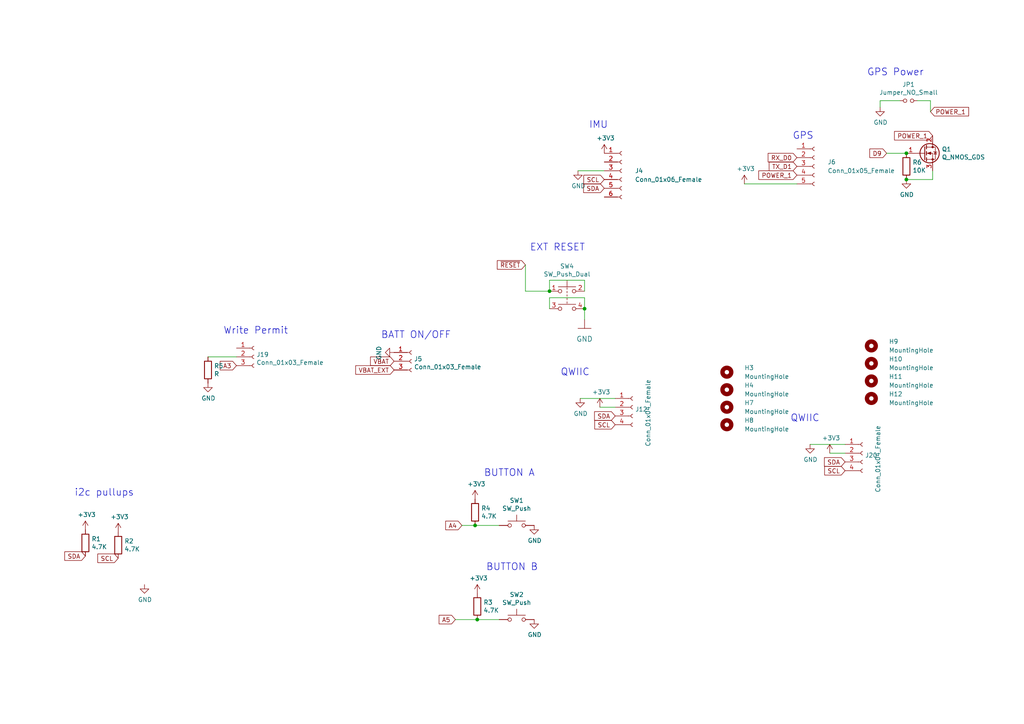
<source format=kicad_sch>
(kicad_sch (version 20210621) (generator eeschema)
  (paper "A4")
  (title_block (title "PVOS CO2 Monitor") (rev "V") (comment 1 "http://pvos.org/co2/rev_v"))
  (lib_symbols
    (symbol "Adafruit_AirLift_FeatherWing-eagle-import:GND" (power) (pin_names (offset 1.016))
      (property "Value" "GND" (at -2.54 -2.54 0))
      (symbol "GND_1_0"
        (polyline (pts (xy -1.905 0) (xy 1.905 0)))
        (pin power_in line (at 0 2.54 270) (length 2.54) (name "GND") (number "1"))
      )
    )
    (symbol "Connector:Conn_01x03_Female" (pin_names (offset 1.016) hide)
      (property "Reference" "J" (at 0 5.08 0))
      (property "Value" "Connector_Conn_01x03_Female" (at 0 -5.08 0))
      (symbol "Conn_01x03_Female_1_1"
        (arc (start 0 -2.032) (mid -0.508 -2.54) (end 0 -3.048) (stroke (width 0.1524)))
        (polyline (pts (xy -1.27 -2.54) (xy -0.508 -2.54)) (stroke (width 0.1524)))
        (polyline (pts (xy -1.27 0) (xy -0.508 0)) (stroke (width 0.1524)))
        (polyline (pts (xy -1.27 2.54) (xy -0.508 2.54)) (stroke (width 0.1524)))
        (arc (start 0 0.508) (mid -0.508 0) (end 0 -0.508) (stroke (width 0.1524)))
        (arc (start 0 3.048) (mid -0.508 2.54) (end 0 2.032) (stroke (width 0.1524)))
        (pin passive line (at -5.08 2.54 0) (length 3.81) (name "Pin_1") (number "1"))
        (pin passive line (at -5.08 0 0) (length 3.81) (name "Pin_2") (number "2"))
        (pin passive line (at -5.08 -2.54 0) (length 3.81) (name "Pin_3") (number "3"))
      )
    )
    (symbol "Connector:Conn_01x04_Female" (pin_names (offset 1.016) hide)
      (property "Reference" "J" (at 0 5.08 0))
      (property "Value" "Connector_Conn_01x04_Female" (at 0 -7.62 0))
      (symbol "Conn_01x04_Female_1_1"
        (arc (start 0 -4.572) (mid -0.508 -5.08) (end 0 -5.588) (stroke (width 0.1524)))
        (arc (start 0 -2.032) (mid -0.508 -2.54) (end 0 -3.048) (stroke (width 0.1524)))
        (polyline (pts (xy -1.27 -5.08) (xy -0.508 -5.08)) (stroke (width 0.1524)))
        (polyline (pts (xy -1.27 -2.54) (xy -0.508 -2.54)) (stroke (width 0.1524)))
        (polyline (pts (xy -1.27 0) (xy -0.508 0)) (stroke (width 0.1524)))
        (polyline (pts (xy -1.27 2.54) (xy -0.508 2.54)) (stroke (width 0.1524)))
        (arc (start 0 0.508) (mid -0.508 0) (end 0 -0.508) (stroke (width 0.1524)))
        (arc (start 0 3.048) (mid -0.508 2.54) (end 0 2.032) (stroke (width 0.1524)))
        (pin passive line (at -5.08 2.54 0) (length 3.81) (name "Pin_1") (number "1"))
        (pin passive line (at -5.08 0 0) (length 3.81) (name "Pin_2") (number "2"))
        (pin passive line (at -5.08 -2.54 0) (length 3.81) (name "Pin_3") (number "3"))
        (pin passive line (at -5.08 -5.08 0) (length 3.81) (name "Pin_4") (number "4"))
      )
    )
    (symbol "Connector:Conn_01x05_Female" (pin_names (offset 1.016) hide)
      (property "Reference" "J" (at 0 7.62 0))
      (property "Value" "Conn_01x05_Female" (at 0 -7.62 0))
      (symbol "Conn_01x05_Female_1_1"
        (arc (start 0 -4.572) (mid -0.508 -5.08) (end 0 -5.588) (stroke (width 0.1524)))
        (arc (start 0 -2.032) (mid -0.508 -2.54) (end 0 -3.048) (stroke (width 0.1524)))
        (polyline (pts (xy -1.27 -5.08) (xy -0.508 -5.08)) (stroke (width 0.1524)))
        (polyline (pts (xy -1.27 -2.54) (xy -0.508 -2.54)) (stroke (width 0.1524)))
        (polyline (pts (xy -1.27 0) (xy -0.508 0)) (stroke (width 0.1524)))
        (polyline (pts (xy -1.27 2.54) (xy -0.508 2.54)) (stroke (width 0.1524)))
        (polyline (pts (xy -1.27 5.08) (xy -0.508 5.08)) (stroke (width 0.1524)))
        (arc (start 0 0.508) (mid -0.508 0) (end 0 -0.508) (stroke (width 0.1524)))
        (arc (start 0 3.048) (mid -0.508 2.54) (end 0 2.032) (stroke (width 0.1524)))
        (arc (start 0 5.588) (mid -0.508 5.08) (end 0 4.572) (stroke (width 0.1524)))
        (pin passive line (at -5.08 5.08 0) (length 3.81) (name "Pin_1") (number "1"))
        (pin passive line (at -5.08 2.54 0) (length 3.81) (name "Pin_2") (number "2"))
        (pin passive line (at -5.08 0 0) (length 3.81) (name "Pin_3") (number "3"))
        (pin passive line (at -5.08 -2.54 0) (length 3.81) (name "Pin_4") (number "4"))
        (pin passive line (at -5.08 -5.08 0) (length 3.81) (name "Pin_5") (number "5"))
      )
    )
    (symbol "Connector:Conn_01x06_Female" (pin_names (offset 1.016) hide)
      (property "Reference" "J" (at 0 7.62 0))
      (property "Value" "Conn_01x06_Female" (at 0 -10.16 0))
      (symbol "Conn_01x06_Female_1_1"
        (arc (start 0 -7.112) (mid -0.508 -7.62) (end 0 -8.128) (stroke (width 0.1524)))
        (arc (start 0 -4.572) (mid -0.508 -5.08) (end 0 -5.588) (stroke (width 0.1524)))
        (arc (start 0 -2.032) (mid -0.508 -2.54) (end 0 -3.048) (stroke (width 0.1524)))
        (polyline (pts (xy -1.27 -7.62) (xy -0.508 -7.62)) (stroke (width 0.1524)))
        (polyline (pts (xy -1.27 -5.08) (xy -0.508 -5.08)) (stroke (width 0.1524)))
        (polyline (pts (xy -1.27 -2.54) (xy -0.508 -2.54)) (stroke (width 0.1524)))
        (polyline (pts (xy -1.27 0) (xy -0.508 0)) (stroke (width 0.1524)))
        (polyline (pts (xy -1.27 2.54) (xy -0.508 2.54)) (stroke (width 0.1524)))
        (polyline (pts (xy -1.27 5.08) (xy -0.508 5.08)) (stroke (width 0.1524)))
        (arc (start 0 0.508) (mid -0.508 0) (end 0 -0.508) (stroke (width 0.1524)))
        (arc (start 0 3.048) (mid -0.508 2.54) (end 0 2.032) (stroke (width 0.1524)))
        (arc (start 0 5.588) (mid -0.508 5.08) (end 0 4.572) (stroke (width 0.1524)))
        (pin passive line (at -5.08 5.08 0) (length 3.81) (name "Pin_1") (number "1"))
        (pin passive line (at -5.08 2.54 0) (length 3.81) (name "Pin_2") (number "2"))
        (pin passive line (at -5.08 0 0) (length 3.81) (name "Pin_3") (number "3"))
        (pin passive line (at -5.08 -2.54 0) (length 3.81) (name "Pin_4") (number "4"))
        (pin passive line (at -5.08 -5.08 0) (length 3.81) (name "Pin_5") (number "5"))
        (pin passive line (at -5.08 -7.62 0) (length 3.81) (name "Pin_6") (number "6"))
      )
    )
    (symbol "Connector:Conn_01x09_Female" (pin_names (offset 1.016) hide)
      (property "Reference" "J" (at 0 12.7 0))
      (property "Value" "Connector_Conn_01x09_Female" (at 0 -12.7 0))
      (symbol "Conn_01x09_Female_1_1"
        (arc (start 0 -9.652) (mid -0.508 -10.16) (end 0 -10.668) (stroke (width 0.1524)))
        (arc (start 0 -7.112) (mid -0.508 -7.62) (end 0 -8.128) (stroke (width 0.1524)))
        (arc (start 0 -4.572) (mid -0.508 -5.08) (end 0 -5.588) (stroke (width 0.1524)))
        (arc (start 0 -2.032) (mid -0.508 -2.54) (end 0 -3.048) (stroke (width 0.1524)))
        (polyline (pts (xy -1.27 -10.16) (xy -0.508 -10.16)) (stroke (width 0.1524)))
        (polyline (pts (xy -1.27 -7.62) (xy -0.508 -7.62)) (stroke (width 0.1524)))
        (polyline (pts (xy -1.27 -5.08) (xy -0.508 -5.08)) (stroke (width 0.1524)))
        (polyline (pts (xy -1.27 -2.54) (xy -0.508 -2.54)) (stroke (width 0.1524)))
        (polyline (pts (xy -1.27 0) (xy -0.508 0)) (stroke (width 0.1524)))
        (polyline (pts (xy -1.27 2.54) (xy -0.508 2.54)) (stroke (width 0.1524)))
        (polyline (pts (xy -1.27 5.08) (xy -0.508 5.08)) (stroke (width 0.1524)))
        (polyline (pts (xy -1.27 7.62) (xy -0.508 7.62)) (stroke (width 0.1524)))
        (polyline (pts (xy -1.27 10.16) (xy -0.508 10.16)) (stroke (width 0.1524)))
        (arc (start 0 0.508) (mid -0.508 0) (end 0 -0.508) (stroke (width 0.1524)))
        (arc (start 0 3.048) (mid -0.508 2.54) (end 0 2.032) (stroke (width 0.1524)))
        (arc (start 0 5.588) (mid -0.508 5.08) (end 0 4.572) (stroke (width 0.1524)))
        (arc (start 0 8.128) (mid -0.508 7.62) (end 0 7.112) (stroke (width 0.1524)))
        (arc (start 0 10.668) (mid -0.508 10.16) (end 0 9.652) (stroke (width 0.1524)))
        (pin passive line (at -5.08 10.16 0) (length 3.81) (name "Pin_1") (number "1"))
        (pin passive line (at -5.08 7.62 0) (length 3.81) (name "Pin_2") (number "2"))
        (pin passive line (at -5.08 5.08 0) (length 3.81) (name "Pin_3") (number "3"))
        (pin passive line (at -5.08 2.54 0) (length 3.81) (name "Pin_4") (number "4"))
        (pin passive line (at -5.08 0 0) (length 3.81) (name "Pin_5") (number "5"))
        (pin passive line (at -5.08 -2.54 0) (length 3.81) (name "Pin_6") (number "6"))
        (pin passive line (at -5.08 -5.08 0) (length 3.81) (name "Pin_7") (number "7"))
        (pin passive line (at -5.08 -7.62 0) (length 3.81) (name "Pin_8") (number "8"))
        (pin passive line (at -5.08 -10.16 0) (length 3.81) (name "Pin_9") (number "9"))
      )
    )
    (symbol "Connector:Conn_01x12_Female" (pin_names (offset 1.016) hide)
      (property "Reference" "J" (at 0 15.24 0))
      (property "Value" "Connector_Conn_01x12_Female" (at 0 -17.78 0))
      (symbol "Conn_01x12_Female_1_1"
        (arc (start 0 -14.732) (mid -0.508 -15.24) (end 0 -15.748) (stroke (width 0.1524)))
        (arc (start 0 -12.192) (mid -0.508 -12.7) (end 0 -13.208) (stroke (width 0.1524)))
        (arc (start 0 -9.652) (mid -0.508 -10.16) (end 0 -10.668) (stroke (width 0.1524)))
        (arc (start 0 -7.112) (mid -0.508 -7.62) (end 0 -8.128) (stroke (width 0.1524)))
        (arc (start 0 -4.572) (mid -0.508 -5.08) (end 0 -5.588) (stroke (width 0.1524)))
        (arc (start 0 -2.032) (mid -0.508 -2.54) (end 0 -3.048) (stroke (width 0.1524)))
        (polyline (pts (xy -1.27 -15.24) (xy -0.508 -15.24)) (stroke (width 0.1524)))
        (polyline (pts (xy -1.27 -12.7) (xy -0.508 -12.7)) (stroke (width 0.1524)))
        (polyline (pts (xy -1.27 -10.16) (xy -0.508 -10.16)) (stroke (width 0.1524)))
        (polyline (pts (xy -1.27 -7.62) (xy -0.508 -7.62)) (stroke (width 0.1524)))
        (polyline (pts (xy -1.27 -5.08) (xy -0.508 -5.08)) (stroke (width 0.1524)))
        (polyline (pts (xy -1.27 -2.54) (xy -0.508 -2.54)) (stroke (width 0.1524)))
        (polyline (pts (xy -1.27 0) (xy -0.508 0)) (stroke (width 0.1524)))
        (polyline (pts (xy -1.27 2.54) (xy -0.508 2.54)) (stroke (width 0.1524)))
        (polyline (pts (xy -1.27 5.08) (xy -0.508 5.08)) (stroke (width 0.1524)))
        (polyline (pts (xy -1.27 7.62) (xy -0.508 7.62)) (stroke (width 0.1524)))
        (polyline (pts (xy -1.27 10.16) (xy -0.508 10.16)) (stroke (width 0.1524)))
        (polyline (pts (xy -1.27 12.7) (xy -0.508 12.7)) (stroke (width 0.1524)))
        (arc (start 0 0.508) (mid -0.508 0) (end 0 -0.508) (stroke (width 0.1524)))
        (arc (start 0 3.048) (mid -0.508 2.54) (end 0 2.032) (stroke (width 0.1524)))
        (arc (start 0 5.588) (mid -0.508 5.08) (end 0 4.572) (stroke (width 0.1524)))
        (arc (start 0 8.128) (mid -0.508 7.62) (end 0 7.112) (stroke (width 0.1524)))
        (arc (start 0 10.668) (mid -0.508 10.16) (end 0 9.652) (stroke (width 0.1524)))
        (arc (start 0 13.208) (mid -0.508 12.7) (end 0 12.192) (stroke (width 0.1524)))
        (pin passive line (at -5.08 12.7 0) (length 3.81) (name "Pin_1") (number "1"))
        (pin passive line (at -5.08 -10.16 0) (length 3.81) (name "Pin_10") (number "10"))
        (pin passive line (at -5.08 -12.7 0) (length 3.81) (name "Pin_11") (number "11"))
        (pin passive line (at -5.08 -15.24 0) (length 3.81) (name "Pin_12") (number "12"))
        (pin passive line (at -5.08 10.16 0) (length 3.81) (name "Pin_2") (number "2"))
        (pin passive line (at -5.08 7.62 0) (length 3.81) (name "Pin_3") (number "3"))
        (pin passive line (at -5.08 5.08 0) (length 3.81) (name "Pin_4") (number "4"))
        (pin passive line (at -5.08 2.54 0) (length 3.81) (name "Pin_5") (number "5"))
        (pin passive line (at -5.08 0 0) (length 3.81) (name "Pin_6") (number "6"))
        (pin passive line (at -5.08 -2.54 0) (length 3.81) (name "Pin_7") (number "7"))
        (pin passive line (at -5.08 -5.08 0) (length 3.81) (name "Pin_8") (number "8"))
        (pin passive line (at -5.08 -7.62 0) (length 3.81) (name "Pin_9") (number "9"))
      )
    )
    (symbol "Connector:Conn_01x16_Female" (pin_names (offset 1.016) hide)
      (property "Reference" "J" (at 0 20.32 0))
      (property "Value" "Connector_Conn_01x16_Female" (at 0 -22.86 0))
      (symbol "Conn_01x16_Female_1_1"
        (arc (start 0 -19.812) (mid -0.508 -20.32) (end 0 -20.828) (stroke (width 0.1524)))
        (arc (start 0 -17.272) (mid -0.508 -17.78) (end 0 -18.288) (stroke (width 0.1524)))
        (arc (start 0 -14.732) (mid -0.508 -15.24) (end 0 -15.748) (stroke (width 0.1524)))
        (arc (start 0 -12.192) (mid -0.508 -12.7) (end 0 -13.208) (stroke (width 0.1524)))
        (arc (start 0 -9.652) (mid -0.508 -10.16) (end 0 -10.668) (stroke (width 0.1524)))
        (arc (start 0 -7.112) (mid -0.508 -7.62) (end 0 -8.128) (stroke (width 0.1524)))
        (arc (start 0 -4.572) (mid -0.508 -5.08) (end 0 -5.588) (stroke (width 0.1524)))
        (arc (start 0 -2.032) (mid -0.508 -2.54) (end 0 -3.048) (stroke (width 0.1524)))
        (polyline (pts (xy -1.27 -20.32) (xy -0.508 -20.32)) (stroke (width 0.1524)))
        (polyline (pts (xy -1.27 -17.78) (xy -0.508 -17.78)) (stroke (width 0.1524)))
        (polyline (pts (xy -1.27 -15.24) (xy -0.508 -15.24)) (stroke (width 0.1524)))
        (polyline (pts (xy -1.27 -12.7) (xy -0.508 -12.7)) (stroke (width 0.1524)))
        (polyline (pts (xy -1.27 -10.16) (xy -0.508 -10.16)) (stroke (width 0.1524)))
        (polyline (pts (xy -1.27 -7.62) (xy -0.508 -7.62)) (stroke (width 0.1524)))
        (polyline (pts (xy -1.27 -5.08) (xy -0.508 -5.08)) (stroke (width 0.1524)))
        (polyline (pts (xy -1.27 -2.54) (xy -0.508 -2.54)) (stroke (width 0.1524)))
        (polyline (pts (xy -1.27 0) (xy -0.508 0)) (stroke (width 0.1524)))
        (polyline (pts (xy -1.27 2.54) (xy -0.508 2.54)) (stroke (width 0.1524)))
        (polyline (pts (xy -1.27 5.08) (xy -0.508 5.08)) (stroke (width 0.1524)))
        (polyline (pts (xy -1.27 7.62) (xy -0.508 7.62)) (stroke (width 0.1524)))
        (polyline (pts (xy -1.27 10.16) (xy -0.508 10.16)) (stroke (width 0.1524)))
        (polyline (pts (xy -1.27 12.7) (xy -0.508 12.7)) (stroke (width 0.1524)))
        (polyline (pts (xy -1.27 15.24) (xy -0.508 15.24)) (stroke (width 0.1524)))
        (polyline (pts (xy -1.27 17.78) (xy -0.508 17.78)) (stroke (width 0.1524)))
        (arc (start 0 0.508) (mid -0.508 0) (end 0 -0.508) (stroke (width 0.1524)))
        (arc (start 0 3.048) (mid -0.508 2.54) (end 0 2.032) (stroke (width 0.1524)))
        (arc (start 0 5.588) (mid -0.508 5.08) (end 0 4.572) (stroke (width 0.1524)))
        (arc (start 0 8.128) (mid -0.508 7.62) (end 0 7.112) (stroke (width 0.1524)))
        (arc (start 0 10.668) (mid -0.508 10.16) (end 0 9.652) (stroke (width 0.1524)))
        (arc (start 0 13.208) (mid -0.508 12.7) (end 0 12.192) (stroke (width 0.1524)))
        (arc (start 0 15.748) (mid -0.508 15.24) (end 0 14.732) (stroke (width 0.1524)))
        (arc (start 0 18.288) (mid -0.508 17.78) (end 0 17.272) (stroke (width 0.1524)))
        (pin passive line (at -5.08 17.78 0) (length 3.81) (name "Pin_1") (number "1"))
        (pin passive line (at -5.08 -5.08 0) (length 3.81) (name "Pin_10") (number "10"))
        (pin passive line (at -5.08 -7.62 0) (length 3.81) (name "Pin_11") (number "11"))
        (pin passive line (at -5.08 -10.16 0) (length 3.81) (name "Pin_12") (number "12"))
        (pin passive line (at -5.08 -12.7 0) (length 3.81) (name "Pin_13") (number "13"))
        (pin passive line (at -5.08 -15.24 0) (length 3.81) (name "Pin_14") (number "14"))
        (pin passive line (at -5.08 -17.78 0) (length 3.81) (name "Pin_15") (number "15"))
        (pin passive line (at -5.08 -20.32 0) (length 3.81) (name "Pin_16") (number "16"))
        (pin passive line (at -5.08 15.24 0) (length 3.81) (name "Pin_2") (number "2"))
        (pin passive line (at -5.08 12.7 0) (length 3.81) (name "Pin_3") (number "3"))
        (pin passive line (at -5.08 10.16 0) (length 3.81) (name "Pin_4") (number "4"))
        (pin passive line (at -5.08 7.62 0) (length 3.81) (name "Pin_5") (number "5"))
        (pin passive line (at -5.08 5.08 0) (length 3.81) (name "Pin_6") (number "6"))
        (pin passive line (at -5.08 2.54 0) (length 3.81) (name "Pin_7") (number "7"))
        (pin passive line (at -5.08 0 0) (length 3.81) (name "Pin_8") (number "8"))
        (pin passive line (at -5.08 -2.54 0) (length 3.81) (name "Pin_9") (number "9"))
      )
    )
    (symbol "Device:Jumper_NO_Small" (pin_numbers hide) (pin_names (offset 0.762) hide)
      (property "Reference" "JP" (at 0 2.032 0))
      (property "Value" "Device_Jumper_NO_Small" (at 0.254 -1.524 0))
      (symbol "Jumper_NO_Small_0_1"
        (circle (center -1.016 0) (radius 0.508))
        (circle (center 1.016 0) (radius 0.508))
        (pin passive line (at -2.54 0 0) (length 1.016) (name "1") (number "1"))
        (pin passive line (at 2.54 0 180) (length 1.016) (name "2") (number "2"))
      )
    )
    (symbol "Device:Q_NMOS_GDS" (pin_names (offset 0) hide)
      (property "Reference" "Q" (at 5.08 1.27 0))
      (property "Value" "Device_Q_NMOS_GDS" (at 5.08 -1.27 0))
      (symbol "Q_NMOS_GDS_0_1"
        (polyline (pts (xy 0.254 0) (xy -2.54 0)))
        (polyline (pts (xy 0.254 1.905) (xy 0.254 -1.905)) (stroke (width 0.254)))
        (polyline (pts (xy 0.762 -1.27) (xy 0.762 -2.286)) (stroke (width 0.254)))
        (polyline (pts (xy 0.762 0.508) (xy 0.762 -0.508)) (stroke (width 0.254)))
        (polyline (pts (xy 0.762 2.286) (xy 0.762 1.27)) (stroke (width 0.254)))
        (polyline (pts (xy 2.54 2.54) (xy 2.54 1.778)))
        (polyline (pts (xy 2.54 -2.54) (xy 2.54 0) (xy 0.762 0)))
        (polyline (pts (xy 0.762 -1.778) (xy 3.302 -1.778) (xy 3.302 1.778) (xy 0.762 1.778)))
        (polyline (pts (xy 1.016 0) (xy 2.032 0.381) (xy 2.032 -0.381) (xy 1.016 0)) (fill (type outline)))
        (polyline (pts (xy 2.794 0.508) (xy 2.921 0.381) (xy 3.683 0.381) (xy 3.81 0.254)))
        (polyline (pts (xy 3.302 0.381) (xy 2.921 -0.254) (xy 3.683 -0.254) (xy 3.302 0.381)))
        (circle (center 1.651 0) (radius 2.794) (stroke (width 0.254)))
        (circle (center 2.54 -1.778) (radius 0.254) (fill (type outline)))
        (circle (center 2.54 1.778) (radius 0.254) (fill (type outline)))
      )
      (symbol "Q_NMOS_GDS_1_1"
        (pin input line (at -5.08 0 0) (length 2.54) (name "G") (number "1"))
        (pin passive line (at 2.54 5.08 270) (length 2.54) (name "D") (number "2"))
        (pin passive line (at 2.54 -5.08 90) (length 2.54) (name "S") (number "3"))
      )
    )
    (symbol "Device:Q_NPN_EBC" (pin_names (offset 0) hide)
      (property "Reference" "Q" (at 5.08 1.27 0))
      (property "Value" "Device_Q_NPN_EBC" (at 5.08 -1.27 0))
      (symbol "Q_NPN_EBC_0_1"
        (polyline (pts (xy 0.635 0.635) (xy 2.54 2.54)))
        (polyline (pts (xy 0.635 -0.635) (xy 2.54 -2.54) (xy 2.54 -2.54)))
        (polyline (pts (xy 0.635 1.905) (xy 0.635 -1.905) (xy 0.635 -1.905)) (stroke (width 0.508)))
        (polyline (pts (xy 1.27 -1.778) (xy 1.778 -1.27) (xy 2.286 -2.286) (xy 1.27 -1.778) (xy 1.27 -1.778)) (fill (type outline)))
        (circle (center 1.27 0) (radius 2.8194) (stroke (width 0.254)))
      )
      (symbol "Q_NPN_EBC_1_1"
        (pin passive line (at 2.54 -5.08 90) (length 2.54) (name "E") (number "1"))
        (pin passive line (at -5.08 0 0) (length 5.715) (name "B") (number "2"))
        (pin passive line (at 2.54 5.08 270) (length 2.54) (name "C") (number "3"))
      )
    )
    (symbol "Device:R" (pin_numbers hide) (pin_names (offset 0))
      (property "Reference" "R" (at 2.032 0 90))
      (property "Value" "Device_R" (at 0 0 90))
      (symbol "R_0_1"
        (rectangle (start -1.016 -2.54) (end 1.016 2.54) (stroke (width 0.254)))
      )
      (symbol "R_1_1"
        (pin passive line (at 0 3.81 270) (length 1.27) (name "~") (number "1"))
        (pin passive line (at 0 -3.81 90) (length 1.27) (name "~") (number "2"))
      )
    )
    (symbol "Mechanical:MountingHole" (pin_names (offset 1.016))
      (property "Reference" "H" (at 0 5.08 0))
      (property "Value" "MountingHole" (at 0 3.175 0))
      (symbol "MountingHole_0_1"
        (circle (center 0 0) (radius 1.27) (stroke (width 1.27)))
      )
    )
    (symbol "RocketScreamKicadLibrary:DIODE" (pin_numbers hide) (pin_names (offset 1.016) hide)
      (property "Reference" "D" (at 0 2.54 0))
      (property "Value" "RocketScreamKicadLibrary_DIODE" (at 0 -2.54 0))
      (symbol "DIODE_0_0"
        (polyline (pts (xy -1.27 1.27) (xy -1.27 -1.27)))
      )
      (symbol "DIODE_0_1"
        (polyline (pts (xy 1.27 1.27) (xy -1.27 0) (xy 1.27 -1.27)) (fill (type outline)))
      )
      (symbol "DIODE_1_1"
        (pin passive line (at -5.08 0 0) (length 3.81) (name "K") (number "1"))
        (pin passive line (at 5.08 0 180) (length 3.81) (name "A") (number "2"))
      )
    )
    (symbol "Switch:SW_Push" (pin_numbers hide) (pin_names (offset 1.016) hide)
      (property "Reference" "SW" (at 1.27 2.54 0))
      (property "Value" "Switch_SW_Push" (at 0 -1.524 0))
      (symbol "SW_Push_0_1"
        (circle (center -2.032 0) (radius 0.508))
        (polyline (pts (xy 0 1.27) (xy 0 3.048)))
        (polyline (pts (xy 2.54 1.27) (xy -2.54 1.27)))
        (circle (center 2.032 0) (radius 0.508))
        (pin passive line (at -5.08 0 0) (length 2.54) (name "1") (number "1"))
        (pin passive line (at 5.08 0 180) (length 2.54) (name "2") (number "2"))
      )
    )
    (symbol "Switch:SW_Push_Dual" (pin_names (offset 1.016) hide)
      (property "Reference" "SW" (at 1.27 2.54 0))
      (property "Value" "Switch_SW_Push_Dual" (at 0 -6.858 0))
      (symbol "SW_Push_Dual_0_1"
        (circle (center -2.032 -5.08) (radius 0.508))
        (circle (center -2.032 0) (radius 0.508))
        (polyline (pts (xy 0 -3.048) (xy 0 -3.556)))
        (polyline (pts (xy 0 -2.032) (xy 0 -2.54)))
        (polyline (pts (xy 0 -1.524) (xy 0 -1.016)))
        (polyline (pts (xy 0 -0.508) (xy 0 0)))
        (polyline (pts (xy 0 0.508) (xy 0 1.016)))
        (polyline (pts (xy 0 1.27) (xy 0 3.048)))
        (polyline (pts (xy 2.54 -3.81) (xy -2.54 -3.81)))
        (polyline (pts (xy 2.54 1.27) (xy -2.54 1.27)))
        (circle (center 2.032 -5.08) (radius 0.508))
        (circle (center 2.032 0) (radius 0.508))
        (pin passive line (at -5.08 0 0) (length 2.54) (name "1") (number "1"))
        (pin passive line (at 5.08 0 180) (length 2.54) (name "2") (number "2"))
        (pin passive line (at -5.08 -5.08 0) (length 2.54) (name "3") (number "3"))
        (pin passive line (at 5.08 -5.08 180) (length 2.54) (name "4") (number "4"))
      )
    )
    (symbol "device:Antenna_Shield" (pin_numbers hide) (pin_names (offset 1.016) hide)
      (property "Reference" "AE" (at -1.905 4.445 0))
      (property "Value" "Antenna_Shield" (at -1.905 2.54 0))
      (symbol "Antenna_Shield_0_1"
        (arc (start -0.508 -1.143) (mid -0.8485 -2.1032) (end 0 -2.667))
        (arc (start 0 -2.667) (mid 0.8047 -2.0885) (end 0.508 -1.143))
        (polyline (pts (xy 0 -2.54) (xy 0 0)))
        (polyline (pts (xy 0 5.08) (xy 0 -3.81)) (stroke (width 0.254)))
        (polyline (pts (xy 0.762 -1.905) (xy 2.54 -1.905)))
        (polyline (pts (xy 2.54 -2.54) (xy 2.54 -1.905)))
        (polyline (pts (xy 1.27 5.08) (xy 0 0) (xy -1.27 5.08)) (stroke (width 0.254)))
        (circle (center 0.762 -1.905) (radius 0.1778) (fill (type outline)))
      )
      (symbol "Antenna_Shield_1_1"
        (pin input line (at 0 -5.08 90) (length 2.54) (name "A") (number "1"))
        (pin input line (at 2.54 -5.08 90) (length 2.54) (name "Shield") (number "2"))
      )
    )
    (symbol "mysensors_radios:RFM95HW" (pin_names (offset 1.016))
      (property "Reference" "U" (at -8.89 6.35 0))
      (property "Value" "RFM95HW" (at 6.35 -19.05 0))
      (property "Datasheet" "https://cdn-learn.adafruit.com/assets/assets/000/031/659/original/RFM95_96_97_98W.pdf?1460518717" (at 0 0 0))
      (symbol "RFM95HW_0_1"
        (rectangle (start -10.16 5.08) (end 10.16 -17.78) (stroke (width 0.254)) (fill (type background)))
      )
      (symbol "RFM95HW_1_1"
        (pin power_in line (at -2.54 -21.59 90) (length 3.81) (name "GND") (number "1"))
        (pin power_in line (at 2.54 -21.59 90) (length 3.81) (name "GND") (number "10"))
        (pin bidirectional line (at 13.97 -7.62 180) (length 3.81) (name "DIO3") (number "11"))
        (pin bidirectional line (at 13.97 -10.16 180) (length 3.81) (name "DIO4") (number "12"))
        (pin power_in line (at 0 8.89 270) (length 3.81) (name "3.3V") (number "13"))
        (pin bidirectional line (at 13.97 0 180) (length 3.81) (name "DIO0") (number "14"))
        (pin bidirectional line (at 13.97 -2.54 180) (length 3.81) (name "DIO1") (number "15"))
        (pin bidirectional line (at 13.97 -5.08 180) (length 3.81) (name "DIO2") (number "16"))
        (pin tri_state line (at -13.97 -6.35 0) (length 3.81) (name "MISO") (number "2"))
        (pin input line (at -13.97 -3.81 0) (length 3.81) (name "MOSI") (number "3"))
        (pin input line (at -13.97 -8.89 0) (length 3.81) (name "SCK") (number "4"))
        (pin input line (at -13.97 -1.27 0) (length 3.81) (name "NSS") (number "5"))
        (pin bidirectional line (at -13.97 -13.97 0) (length 3.81) (name "RESET") (number "6"))
        (pin bidirectional line (at 13.97 -12.7 180) (length 3.81) (name "DIO5") (number "7"))
        (pin power_in line (at 0 -21.59 90) (length 3.81) (name "GND") (number "8"))
        (pin passive line (at -13.97 3.81 0) (length 3.81) (name "ANA") (number "9"))
      )
    )
    (symbol "power:+3V3" (power) (pin_names (offset 0))
      (property "Value" "power_+3V3" (at 0 3.556 0))
      (symbol "+3V3_0_1"
        (polyline (pts (xy -0.762 1.27) (xy 0 2.54)))
        (polyline (pts (xy 0 0) (xy 0 2.54)))
        (polyline (pts (xy 0 2.54) (xy 0.762 1.27)))
      )
      (symbol "+3V3_1_1"
        (pin power_in line (at 0 0 90) (length 0) hide (name "+3V3") (number "1"))
      )
    )
    (symbol "power:GND" (power) (pin_names (offset 0))
      (property "Value" "power_GND" (at 0 -3.81 0))
      (symbol "GND_0_1"
        (polyline (pts (xy 0 0) (xy 0 -1.27) (xy 1.27 -1.27) (xy 0 -2.54) (xy -1.27 -1.27) (xy 0 -1.27)))
      )
      (symbol "GND_1_1"
        (pin power_in line (at 0 0 270) (length 0) hide (name "GND") (number "1"))
      )
    )
    (symbol "remote-rescue:SPEAKER_BUZZER5MM-Adafruit_Circuit_Playground-eagle-import" (pin_names (offset 1.016))
      (property "Reference" "SP" (at -3.81 6.35 0))
      (property "Value" "SPEAKER_BUZZER5MM-Adafruit_Circuit_Playground-eagle-import" (at -3.81 -3.175 0))
      (symbol "SPEAKER_BUZZER5MM-Adafruit_Circuit_Playground-eagle-import_1_0"
        (polyline (pts (xy -2.54 0) (xy -1.905 0)))
        (polyline (pts (xy -1.905 -0.635) (xy -1.905 0)))
        (polyline (pts (xy -1.905 -0.635) (xy 1.905 -0.635)))
        (polyline (pts (xy -1.905 0) (xy -1.905 2.54)))
        (polyline (pts (xy -1.905 2.54) (xy -5.08 5.08)))
        (polyline (pts (xy 1.905 -0.635) (xy 1.905 0)))
        (polyline (pts (xy 1.905 0) (xy 1.905 2.54)))
        (polyline (pts (xy 1.905 2.54) (xy -1.905 2.54)))
        (polyline (pts (xy 1.905 2.54) (xy 5.08 5.08)))
        (polyline (pts (xy 2.54 0) (xy 1.905 0)))
        (polyline (pts (xy 5.08 5.08) (xy -5.08 5.08)))
        (pin passive line (at -5.08 0 0) (length 2.54) (name "+") (number "+"))
        (pin passive line (at 5.08 0 180) (length 2.54) (name "-") (number "-"))
      )
    )
  )
  (junction (at 262.89 52.07))
  (junction (at 159.385 84.455))
  (junction (at -33.02 154.305))
  (junction (at 137.795 152.4))
  (junction (at 138.43 179.705))
  (junction (at -41.91 164.465))
  (junction (at 262.89 44.45))
  (junction (at 169.545 89.535))
  (wire (pts (xy -41.91 154.305) (xy -33.02 154.305)))
  (wire (pts (xy 167.64 49.53) (xy 175.26 49.53)))
  (wire (pts (xy 270.51 52.07) (xy 270.51 49.53)))
  (wire (pts (xy 178.435 118.11) (xy 173.99 118.11)))
  (wire (pts (xy 255.27 29.21) (xy 255.27 31.115)))
  (wire (pts (xy 245.11 131.445) (xy 240.665 131.445)))
  (wire (pts (xy 159.385 86.36) (xy 159.385 89.535)))
  (wire (pts (xy 169.545 89.535) (xy 169.545 86.36)))
  (wire (pts (xy 269.875 29.21) (xy 266.065 29.21)))
  (wire (pts (xy -79.375 6.985) (xy -82.55 6.985)))
  (wire (pts (xy 137.795 152.4) (xy 144.78 152.4)))
  (wire (pts (xy 245.11 128.905) (xy 234.95 128.905)))
  (wire (pts (xy 68.58 103.505) (xy 60.325 103.505)))
  (wire (pts (xy 137.795 152.4) (xy 133.985 152.4)))
  (wire (pts (xy 260.985 29.21) (xy 255.27 29.21)))
  (wire (pts (xy -15.875 54.61) (xy -6.35 54.61)))
  (wire (pts (xy 169.545 86.36) (xy 159.385 86.36)))
  (wire (pts (xy 178.435 115.57) (xy 168.275 115.57)))
  (wire (pts (xy 169.545 81.28) (xy 169.545 84.455)))
  (wire (pts (xy 262.89 44.45) (xy 257.175 44.45)))
  (wire (pts (xy 269.875 32.385) (xy 269.875 29.21)))
  (wire (pts (xy -15.875 59.69) (xy -8.255 59.69)))
  (wire (pts (xy -33.02 164.465) (xy -41.91 164.465)))
  (wire (pts (xy 144.78 179.705) (xy 138.43 179.705)))
  (wire (pts (xy 215.9 53.34) (xy 231.14 53.34)))
  (wire (pts (xy -79.375 12.065) (xy -90.17 12.065)))
  (wire (pts (xy 169.545 89.535) (xy 169.545 92.71)))
  (wire (pts (xy 262.89 52.07) (xy 270.51 52.07)))
  (wire (pts (xy 159.385 84.455) (xy 152.4 84.455)))
  (wire (pts (xy 159.385 81.28) (xy 169.545 81.28)))
  (wire (pts (xy 159.385 84.455) (xy 159.385 81.28)))
  (wire (pts (xy 138.43 179.705) (xy 132.08 179.705)))
  (wire (pts (xy -90.17 12.065) (xy -90.17 12.7)))
  (wire (pts (xy 152.4 84.455) (xy 152.4 76.835)))
  (text "GPS Power" (at 251.46 22.225 0) (effects (font (size 2.0066 2.0066)) (justify left bottom)))
  (text "BATT ON/OFF" (at 110.49 98.425 0) (effects (font (size 2.0066 2.0066)) (justify left bottom)))
  (text "LORA" (at -27.305 102.87 0) (effects (font (size 2.0066 2.0066)) (justify left bottom)))
  (text "pin 9 was D7; is now D6\npin 10 was D5; is now D2" (at -62.865 74.295 0) (effects (font (size 0.9906 0.9906)) (justify left bottom)))
  (text "GPS" (at 229.87 40.64 0) (effects (font (size 2.0066 2.0066)) (justify left bottom)))
  (text "Feather" (at -40.005 41.275 0) (effects (font (size 2.0066 2.0066)) (justify left bottom)))
  (text "Write Permit\n" (at 64.77 97.155 0) (effects (font (size 2.0066 2.0066)) (justify left bottom)))
  (text "QWIIC" (at 229.235 122.555 0) (effects (font (size 2.0066 2.0066)) (justify left bottom)))
  (text "BUTTON B" (at 140.97 165.735 0) (effects (font (size 2.0066 2.0066)) (justify left bottom)))
  (text "EXT RESET" (at 153.67 73.025 0) (effects (font (size 2.0066 2.0066)) (justify left bottom)))
  (text "QWIIC" (at 162.56 109.22 0) (effects (font (size 2.0066 2.0066)) (justify left bottom)))
  (text "BUTTON A" (at 140.335 138.43 0) (effects (font (size 2.0066 2.0066)) (justify left bottom)))
  (text "IMU" (at 170.815 37.465 0) (effects (font (size 2.0066 2.0066)) (justify left bottom)))
  (text "i2c pullups" (at 21.59 144.145 0) (effects (font (size 2.0066 2.0066)) (justify left bottom)))
  (text "Adafruit Sharp" (at -77.47 2.54 0) (effects (font (size 2.0066 2.0066)) (justify left bottom)))
  (global_label "VBAT" (shape input) (at -37.465 51.435 180) (property "Intersheet References" "${INTERSHEET_REFS}" (effects hide)))
  (global_label "TX_D1" (shape input) (at 231.14 48.26 180) (property "Intersheet References" "${INTERSHEET_REFS}" (effects hide)))
  (global_label "AREF" (shape input) (at -15.875 57.15 0) (property "Intersheet References" "${INTERSHEET_REFS}" (effects hide)))
  (global_label "A3" (shape input) (at -15.875 69.85 0) (property "Intersheet References" "${INTERSHEET_REFS}" (effects hide)))
  (global_label "DISP" (shape input) (at -79.375 24.765 180) (property "Intersheet References" "${INTERSHEET_REFS}" (effects hide)))
  (global_label "A5" (shape input) (at -15.875 74.93 0) (property "Intersheet References" "${INTERSHEET_REFS}" (effects hide)))
  (global_label "VBUS" (shape input) (at -37.465 56.515 180) (property "Intersheet References" "${INTERSHEET_REFS}" (effects hide)))
  (global_label "SCK" (shape input) (at -15.875 77.47 0) (property "Intersheet References" "${INTERSHEET_REFS}" (effects hide)))
  (global_label "D6" (shape input) (at -37.465 71.755 180) (property "Intersheet References" "${INTERSHEET_REFS}" (effects hide)))
  (global_label "D9" (shape input) (at -37.465 69.215 180) (property "Intersheet References" "${INTERSHEET_REFS}" (effects hide)))
  (global_label "SDA" (shape input) (at 175.26 54.61 180) (property "Intersheet References" "${INTERSHEET_REFS}" (effects hide)))
  (global_label "MISO" (shape input) (at -15.875 82.55 0) (property "Intersheet References" "${INTERSHEET_REFS}" (effects hide)))
  (global_label "D5" (shape input) (at -79.375 19.685 180) (property "Intersheet References" "${INTERSHEET_REFS}" (effects hide)))
  (global_label "D10" (shape input) (at -37.465 66.675 180) (property "Intersheet References" "${INTERSHEET_REFS}" (effects hide)))
  (global_label "D13" (shape input) (at -37.465 59.055 180) (property "Intersheet References" "${INTERSHEET_REFS}" (effects hide)))
  (global_label "SCL" (shape input) (at 245.11 136.525 180) (property "Intersheet References" "${INTERSHEET_REFS}" (effects hide)))
  (global_label "VBAT_EXT" (shape input) (at 114.3 107.315 180) (property "Intersheet References" "${INTERSHEET_REFS}" (effects hide)))
  (global_label "POWER_1" (shape input) (at 270.51 39.37 180) (property "Intersheet References" "${INTERSHEET_REFS}" (effects hide)))
  (global_label "EMD" (shape input) (at -79.375 22.225 180) (property "Intersheet References" "${INTERSHEET_REFS}" (effects hide)))
  (global_label "TX_D1" (shape input) (at -15.875 87.63 0) (property "Intersheet References" "${INTERSHEET_REFS}" (effects hide)))
  (global_label "A0" (shape input) (at -26.035 108.585 180) (property "Intersheet References" "${INTERSHEET_REFS}" (effects hide)))
  (global_label "A3" (shape input) (at 68.58 106.045 180) (property "Intersheet References" "${INTERSHEET_REFS}" (effects hide)))
  (global_label "SCL" (shape input) (at 34.29 161.925 180) (property "Intersheet References" "${INTERSHEET_REFS}" (effects hide)))
  (global_label "A4" (shape input) (at 133.985 152.4 180) (property "Intersheet References" "${INTERSHEET_REFS}" (effects hide)))
  (global_label "POWER_1" (shape input) (at 231.14 50.8 180) (property "Intersheet References" "${INTERSHEET_REFS}" (effects hide)))
  (global_label "MOSI" (shape input) (at -79.375 17.145 180) (property "Intersheet References" "${INTERSHEET_REFS}" (effects hide)))
  (global_label "VBAT" (shape input) (at 114.3 104.775 180) (property "Intersheet References" "${INTERSHEET_REFS}" (effects hide)))
  (global_label "D12" (shape input) (at -37.465 61.595 180) (property "Intersheet References" "${INTERSHEET_REFS}" (effects hide)))
  (global_label "SDA" (shape input) (at 24.765 161.29 180) (property "Intersheet References" "${INTERSHEET_REFS}" (effects hide)))
  (global_label "EIN" (shape input) (at -79.375 27.305 180) (property "Intersheet References" "${INTERSHEET_REFS}" (effects hide)))
  (global_label "A4" (shape input) (at -15.875 72.39 0) (property "Intersheet References" "${INTERSHEET_REFS}" (effects hide)))
  (global_label "SDA" (shape input) (at -37.465 79.375 180) (property "Intersheet References" "${INTERSHEET_REFS}" (effects hide)))
  (global_label "A0" (shape input) (at -57.15 169.545 180) (property "Intersheet References" "${INTERSHEET_REFS}" (effects hide)))
  (global_label "A5" (shape input) (at 132.08 179.705 180) (property "Intersheet References" "${INTERSHEET_REFS}" (effects hide)))
  (global_label "SCK" (shape input) (at -79.375 14.605 180) (property "Intersheet References" "${INTERSHEET_REFS}" (effects hide)))
  (global_label "EN" (shape input) (at -37.465 53.975 180) (property "Intersheet References" "${INTERSHEET_REFS}" (effects hide)))
  (global_label "~{RESET}" (shape input) (at -15.875 52.07 0) (property "Intersheet References" "${INTERSHEET_REFS}" (effects hide)))
  (global_label "A2" (shape input) (at -15.875 67.31 0) (property "Intersheet References" "${INTERSHEET_REFS}" (effects hide)))
  (global_label "DW" (shape input) (at -15.875 90.17 0) (property "Intersheet References" "${INTERSHEET_REFS}" (effects hide)))
  (global_label "~{RESET}" (shape input) (at 152.4 76.835 180) (property "Intersheet References" "${INTERSHEET_REFS}" (effects hide)))
  (global_label "D11" (shape input) (at -37.465 64.135 180) (property "Intersheet References" "${INTERSHEET_REFS}" (effects hide)))
  (global_label "RX_D0" (shape input) (at -15.875 85.09 0) (property "Intersheet References" "${INTERSHEET_REFS}" (effects hide)))
  (global_label "SCL" (shape input) (at 178.435 123.19 180) (property "Intersheet References" "${INTERSHEET_REFS}" (effects hide)))
  (global_label "SDA" (shape input) (at 245.11 133.985 180) (property "Intersheet References" "${INTERSHEET_REFS}" (effects hide)))
  (global_label "SCL" (shape input) (at -37.465 76.835 180) (property "Intersheet References" "${INTERSHEET_REFS}" (effects hide)))
  (global_label "DW" (shape input) (at -20.955 108.585 0) (property "Intersheet References" "${INTERSHEET_REFS}" (effects hide)))
  (global_label "D5" (shape input) (at -37.465 74.295 180) (property "Intersheet References" "${INTERSHEET_REFS}" (effects hide)))
  (global_label "A1" (shape input) (at -15.875 64.77 0) (property "Intersheet References" "${INTERSHEET_REFS}" (effects hide)))
  (global_label "RX_D0" (shape input) (at 231.14 45.72 180) (property "Intersheet References" "${INTERSHEET_REFS}" (effects hide)))
  (global_label "SCL" (shape input) (at 175.26 52.07 180) (property "Intersheet References" "${INTERSHEET_REFS}" (effects hide)))
  (global_label "SDA" (shape input) (at 178.435 120.65 180) (property "Intersheet References" "${INTERSHEET_REFS}" (effects hide)))
  (global_label "A0" (shape input) (at -15.875 62.23 0) (property "Intersheet References" "${INTERSHEET_REFS}" (effects hide)))
  (global_label "POWER_1" (shape input) (at 269.875 32.385 0) (property "Intersheet References" "${INTERSHEET_REFS}" (effects hide)))
  (global_label "D9" (shape input) (at 257.175 44.45 180) (property "Intersheet References" "${INTERSHEET_REFS}" (effects hide)))
  (global_label "MOSI" (shape input) (at -15.875 80.01 0) (property "Intersheet References" "${INTERSHEET_REFS}" (effects hide)))
  (symbol (lib_id "Device:R") (at 24.765 157.48 0) (unit 1)
    (property "Reference" "R1" (at 26.543 156.3116 0) (effects (justify left)))
    (property "Value" "4.7K" (at 26.543 158.623 0) (effects (justify left)))
    (property "Footprint" "Resistor_THT:R_Axial_DIN0309_L9.0mm_D3.2mm_P12.70mm_Horizontal" (effects hide))
  )
  (symbol (lib_id "power:+3V3") (at 24.765 153.67 0) (unit 1)
    (property "Reference" "#PWR01" (effects hide))
    (property "Value" "+3V3" (at 25.146 149.2758 0))
  )
  (symbol (lib_id "Device:R") (at 34.29 158.115 0) (unit 1)
    (property "Reference" "R2" (at 36.068 156.9466 0) (effects (justify left)))
    (property "Value" "4.7K" (at 36.068 159.258 0) (effects (justify left)))
    (property "Footprint" "Resistor_THT:R_Axial_DIN0309_L9.0mm_D3.2mm_P12.70mm_Horizontal" (effects hide))
  )
  (symbol (lib_id "power:+3V3") (at 34.29 154.305 0) (unit 1)
    (property "Reference" "#PWR03" (effects hide))
    (property "Value" "+3V3" (at 34.671 149.9108 0))
  )
  (symbol (lib_id "Device:R") (at 138.43 175.895 0) (unit 1)
    (property "Reference" "R3" (at 140.208 174.7266 0) (effects (justify left)))
    (property "Value" "4.7K" (at 140.208 177.038 0) (effects (justify left)))
    (property "Footprint" "Resistor_THT:R_Axial_DIN0309_L9.0mm_D3.2mm_P12.70mm_Horizontal" (effects hide))
  )
  (symbol (lib_id "power:+3V3") (at 137.795 144.78 0) (unit 1)
    (property "Reference" "#PWR011" (effects hide))
    (property "Value" "+3V3" (at 138.176 140.3858 0))
  )
  (symbol (lib_id "power:GND") (at 168.275 115.57 0) (unit 1)
    (property "Reference" "#PWR017" (effects hide))
    (property "Value" "GND" (at 168.402 119.9642 0))
  )
  (symbol (lib_id "power:+3V3") (at 173.99 118.11 0) (unit 1)
    (property "Reference" "#PWR018" (effects hide))
    (property "Value" "+3V3" (at 174.371 113.7158 0))
  )
  (symbol (lib_id "Connector:Conn_01x04_Female") (at 183.515 118.11 0) (unit 1)
    (property "Reference" "J12" (at 184.2262 118.7196 0) (effects (justify left)))
    (property "Value" "Conn_01x04_Female" (at 187.96 129.54 90) (effects (justify left)))
    (property "Footprint" "Connector_JST:JST_SH_SM04B-SRSS-TB_1x04-1MP_P1.00mm_Horizontal" (effects hide))
  )
  (symbol (lib_id "Device:R") (at 137.795 148.59 0) (unit 1)
    (property "Reference" "R4" (at 139.573 147.4216 0) (effects (justify left)))
    (property "Value" "4.7K" (at 139.573 149.733 0) (effects (justify left)))
    (property "Footprint" "Resistor_THT:R_Axial_DIN0309_L9.0mm_D3.2mm_P12.70mm_Horizontal" (effects hide))
  )
  (symbol (lib_id "power:+3V3") (at 138.43 172.085 0) (unit 1)
    (property "Reference" "#PWR013" (effects hide))
    (property "Value" "+3V3" (at 138.811 167.6908 0))
  )
  (symbol (lib_id "power:GND") (at 41.91 169.545 0) (unit 1)
    (property "Reference" "#PWR04" (effects hide))
    (property "Value" "GND" (at 42.037 173.9392 0))
  )
  (symbol (lib_id "Switch:SW_Push") (at 149.86 152.4 0) (unit 1)
    (property "Reference" "SW1" (at 149.86 145.161 0))
    (property "Value" "SW_Push" (at 149.86 147.4724 0))
    (property "Footprint" "Button_Switch_THT:SW_Tactile_SPST_Angled_PTS645Vx58-2LFS" (effects hide))
  )
  (symbol (lib_id "power:GND") (at 154.94 152.4 0) (unit 1)
    (property "Reference" "#PWR015" (effects hide))
    (property "Value" "GND" (at 155.067 156.7942 0))
  )
  (symbol (lib_id "Switch:SW_Push") (at 149.86 179.705 0) (unit 1)
    (property "Reference" "SW2" (at 149.86 172.466 0))
    (property "Value" "SW_Push" (at 149.86 174.7774 0))
    (property "Footprint" "Button_Switch_THT:SW_Tactile_SPST_Angled_PTS645Vx58-2LFS" (effects hide))
  )
  (symbol (lib_id "power:GND") (at 154.94 179.705 0) (unit 1)
    (property "Reference" "#PWR016" (effects hide))
    (property "Value" "GND" (at 155.067 184.0992 0))
  )
  (symbol (lib_id "Connector:Conn_01x03_Female") (at 119.38 104.775 0) (unit 1)
    (property "Reference" "J5" (at 120.0912 104.1146 0) (effects (justify left)))
    (property "Value" "Conn_01x03_Female" (at 120.0912 106.426 0) (effects (justify left)))
    (property "Footprint" "Connector_PinSocket_2.54mm:PinSocket_1x03_P2.54mm_Vertical" (effects hide))
  )
  (symbol (lib_id "power:GND") (at 114.3 102.235 270) (unit 1)
    (property "Reference" "#PWR09" (effects hide))
    (property "Value" "GND" (at 109.9058 102.362 0))
  )
  (symbol (lib_id "power:+3V3") (at 175.26 44.45 0) (unit 1)
    (property "Reference" "#PWR0101" (effects hide))
    (property "Value" "+3V3" (at 175.641 40.0558 0))
  )
  (symbol (lib_id "Connector:Conn_01x03_Female") (at 73.66 103.505 0) (unit 1)
    (property "Reference" "J19" (at 74.3712 102.8446 0) (effects (justify left)))
    (property "Value" "Conn_01x03_Female" (at 74.3712 105.156 0) (effects (justify left)))
    (property "Footprint" "Connector_PinSocket_2.54mm:PinSocket_1x03_P2.54mm_Vertical" (effects hide))
  )
  (symbol (lib_id "power:GND") (at 60.325 111.125 0) (unit 1)
    (property "Reference" "#PWR0107" (effects hide))
    (property "Value" "GND" (at 60.452 115.5192 0))
  )
  (symbol (lib_id "Device:R") (at 60.325 107.315 0) (unit 1)
    (property "Reference" "R5" (at 62.103 106.1466 0) (effects (justify left)))
    (property "Value" "R" (at 62.103 108.458 0) (effects (justify left)))
    (property "Footprint" "Resistor_THT:R_Axial_DIN0309_L9.0mm_D3.2mm_P12.70mm_Horizontal" (effects hide))
  )
  (symbol (lib_id "Switch:SW_Push_Dual") (at 164.465 84.455 0) (unit 1)
    (property "Reference" "SW4" (at 164.465 77.216 0))
    (property "Value" "SW_Push_Dual" (at 164.465 79.5274 0))
    (property "Footprint" "Button_Switch_THT:SW_TH_Tactile_Omron_B3F-10xx" (effects hide))
  )
  (symbol (lib_id "Adafruit_AirLift_FeatherWing-eagle-import:GND") (at 169.545 95.25 0) (unit 1)
    (property "Reference" "#GND0101" (effects hide))
    (property "Value" "GND" (at 169.545 98.3234 0) (effects (font (size 1.4986 1.4986))))
  )
  (symbol (lib_id "Device:Q_NMOS_GDS") (at 267.97 44.45 0) (unit 1)
    (property "Reference" "Q1" (at 273.1516 43.2816 0) (effects (justify left)))
    (property "Value" "Q_NMOS_GDS" (at 273.1516 45.593 0) (effects (justify left)))
    (property "Footprint" "Package_TO_SOT_THT:TO-220-3_Vertical" (effects hide))
  )
  (symbol (lib_id "Device:R") (at 262.89 48.26 0) (unit 1)
    (property "Reference" "R6" (at 264.668 47.0916 0) (effects (justify left)))
    (property "Value" "10K" (at 264.668 49.403 0) (effects (justify left)))
    (property "Footprint" "Resistor_THT:R_Axial_DIN0309_L9.0mm_D3.2mm_P12.70mm_Horizontal" (effects hide))
  )
  (symbol (lib_id "Connector:Conn_01x12_Female") (at -32.385 64.135 0) (unit 1)
    (property "Reference" "J2" (at -31.6738 64.7446 0) (effects (justify left)))
    (property "Value" "Conn_01x12_Female" (at -29.845 86.995 90) (effects (justify left)))
    (property "Footprint" "Connector_PinSocket_2.54mm:PinSocket_1x12_P2.54mm_Vertical" (effects hide))
  )
  (symbol (lib_id "Connector:Conn_01x16_Female") (at -20.955 72.39 180) (unit 1)
    (property "Reference" "J3" (at -21.6662 71.7804 0) (effects (justify left)))
    (property "Value" "Conn_01x16_Female" (at -23.495 48.895 90) (effects (justify left)))
    (property "Footprint" "Connector_PinSocket_2.54mm:PinSocket_1x16_P2.54mm_Vertical" (effects hide))
  )
  (symbol (lib_id "power:GND") (at -8.255 59.69 0) (unit 1)
    (property "Reference" "#PWR0109" (effects hide))
    (property "Value" "GND" (at -8.128 64.0842 0))
  )
  (symbol (lib_id "power:+3V3") (at -6.35 54.61 0) (unit 1)
    (property "Reference" "#PWR0110" (effects hide))
    (property "Value" "+3V3" (at -5.969 51.3588 90) (effects (justify left)))
  )
  (symbol (lib_id "Connector:Conn_01x09_Female") (at -74.295 17.145 0) (unit 1)
    (property "Reference" "J15" (at -70.104 17.653 90))
    (property "Value" "Conn_01x09_Female" (at -72.4154 17.653 90))
    (property "Footprint" "Connector_PinSocket_2.54mm:PinSocket_1x09_P2.54mm_Vertical" (effects hide))
  )
  (symbol (lib_id "Connector:Conn_01x04_Female") (at 250.19 131.445 0) (unit 1)
    (property "Reference" "J20" (at 250.9012 132.0546 0) (effects (justify left)))
    (property "Value" "Conn_01x04_Female" (at 254.635 142.875 90) (effects (justify left)))
    (property "Footprint" "Connector_JST:JST_SH_SM04B-SRSS-TB_1x04-1MP_P1.00mm_Horizontal" (effects hide))
  )
  (symbol (lib_id "power:+3V3") (at 240.665 131.445 0) (unit 1)
    (property "Reference" "#PWR0112" (effects hide))
    (property "Value" "+3V3" (at 241.046 127.0508 0))
  )
  (symbol (lib_id "power:GND") (at 234.95 128.905 0) (unit 1)
    (property "Reference" "#PWR0113" (effects hide))
    (property "Value" "GND" (at 235.077 133.2992 0))
  )
  (symbol (lib_id "Device:Q_NPN_EBC") (at -44.45 169.545 0) (unit 1)
    (property "Reference" "Q3" (at -39.5986 168.3766 0) (effects (justify left)))
    (property "Value" "Q_NPN_EBC" (at -39.5986 170.688 0) (effects (justify left)))
    (property "Footprint" "Package_TO_SOT_THT:TO-92L_Wide" (effects hide))
  )
  (symbol (lib_id "RocketScreamKicadLibrary:DIODE") (at -33.02 159.385 270) (unit 1)
    (property "Reference" "D2" (at -31.0388 158.2166 90) (effects (justify left)))
    (property "Value" "DIODE" (at -31.0388 160.528 90) (effects (justify left)))
    (property "Footprint" "Diode_THT:D_5W_P12.70mm_Horizontal" (effects hide))
  )
  (symbol (lib_id "Device:R") (at -53.34 169.545 270) (unit 1)
    (property "Reference" "R8" (at -53.34 164.2872 90))
    (property "Value" "R" (at -53.34 166.5986 90))
    (property "Footprint" "Resistor_THT:R_Axial_DIN0309_L9.0mm_D3.2mm_P12.70mm_Horizontal" (effects hide))
  )
  (symbol (lib_id "power:GND") (at -90.17 12.7 0) (unit 1)
    (property "Reference" "#PWR0114" (effects hide))
    (property "Value" "GND" (at -90.043 17.0942 0))
  )
  (symbol (lib_id "remote-rescue:SPEAKER_BUZZER5MM-Adafruit_Circuit_Playground-eagle-import") (at -41.91 159.385 90) (unit 1)
    (property "Reference" "SP1" (at -40.5892 158.0388 90) (effects (font (size 1.4986 1.4986)) (justify right)))
    (property "Value" "SPEAKER_BUZZER5MM" (at -40.5892 160.7058 90) (effects (font (size 1.4986 1.4986)) (justify right)))
    (property "Footprint" "Adafruit Circuit Playground:BUZZER_SMT_5MM" (effects hide))
  )
  (symbol (lib_id "power:GND") (at 262.89 52.07 0) (unit 1)
    (property "Reference" "#PWR0103" (effects hide))
    (property "Value" "GND" (at 263.017 56.4642 0))
  )
  (symbol (lib_id "power:+3V3") (at -33.02 154.305 0) (unit 1)
    (property "Reference" "#PWR0115" (effects hide))
    (property "Value" "+3V3" (at -32.639 149.9108 0))
  )
  (symbol (lib_id "power:GND") (at -41.91 174.625 0) (unit 1)
    (property "Reference" "#PWR0116" (effects hide))
    (property "Value" "GND" (at -41.783 179.0192 0))
  )
  (symbol (lib_id "power:+3V3") (at -82.55 6.985 0) (unit 1)
    (property "Reference" "#PWR0118" (effects hide))
    (property "Value" "+3V3" (at -82.169 3.7338 90) (effects (justify left)))
  )
  (symbol (lib_id "power:+3V3") (at 215.9 53.34 0) (unit 1)
    (property "Reference" "#PWR0108" (effects hide))
    (property "Value" "+3V3" (at 216.281 48.9458 0))
  )
  (symbol (lib_id "Device:Jumper_NO_Small") (at -23.495 108.585 0) (unit 1)
    (property "Reference" "JP3" (at -23.495 103.886 0))
    (property "Value" "Jumper_NO_Small" (at -23.495 106.1974 0))
    (property "Footprint" "Jumper:SolderJumper-2_P1.3mm_Open_Pad1.0x1.5mm" (effects hide))
  )
  (symbol (lib_id "Device:Jumper_NO_Small") (at 263.525 29.21 0) (unit 1)
    (property "Reference" "JP1" (at 263.525 24.511 0))
    (property "Value" "Jumper_NO_Small" (at 263.525 26.8224 0))
    (property "Footprint" "Jumper:SolderJumper-2_P1.3mm_Open_Pad1.0x1.5mm" (effects hide))
  )
  (symbol (lib_id "power:GND") (at 255.27 31.115 0) (unit 1)
    (property "Reference" "#PWR0102" (effects hide))
    (property "Value" "GND" (at 255.397 35.5092 0))
  )
  (symbol (lib_id "mysensors_radios:RFM95HW") (at 10.16 -25.4 0) (unit 1)
    (property "Reference" "U1" (at -57.7896 -53.34 0) (effects (font (size 1.016 1.016))))
    (property "Value" "RFM95HW" (at -57.7896 -50.8 0) (effects (font (size 1.016 1.016))))
    (property "Footprint" "footprints:RFM95" (effects hide))
    (property "Datasheet" "https://cdn-learn.adafruit.com/assets/assets/000/031/659/original/RFM95_96_97_98W.pdf?1460518717" (at -57.7896 -48.26 0) (effects (font (size 1.524 1.524))))
  )
  (symbol (lib_id "Connector:Conn_01x05_Female") (at 236.22 48.26 0) (unit 1)
    (property "Reference" "J6" (at 240.03 46.9899 0) (effects (justify left)))
    (property "Value" "Conn_01x05_Female" (at 240.03 49.5299 0) (effects (justify left)))
    (property "Footprint" "Connector_PinSocket_2.54mm:PinSocket_1x05_P2.54mm_Vertical" (effects hide))
  )
  (symbol (lib_id "Mechanical:MountingHole") (at 252.73 100.33 0) (unit 1)
    (property "Reference" "H9" (at 257.81 99.0599 0) (effects (justify left)))
    (property "Value" "MountingHole" (at 257.81 101.5999 0) (effects (justify left)))
    (property "Footprint" "footprints:MOUNTINGHOLE_2.5_PLATED" (effects hide))
  )
  (symbol (lib_id "device:Antenna_Shield") (at -53.34 -16.51 0) (unit 1)
    (property "Reference" "AE1" (at -45.72 -17.8436 0) (effects (justify left)))
    (property "Value" "Antenna_Shield" (at -45.72 -15.3036 0) (effects (justify left)))
    (property "Footprint" "digikey-footprints:RF_SMA_BoardEdge_142-0701-801" (effects hide))
  )
  (symbol (lib_id "Mechanical:MountingHole") (at 210.82 107.95 0) (unit 1)
    (property "Reference" "H3" (at 215.9 106.6799 0) (effects (justify left)))
    (property "Value" "MountingHole" (at 215.9 109.2199 0) (effects (justify left)))
    (property "Footprint" "footprints:MOUNTINGHOLE_2.5_PLATED" (effects hide))
  )
  (symbol (lib_id "Mechanical:MountingHole") (at 252.73 115.57 0) (unit 1)
    (property "Reference" "H12" (at 257.81 114.2999 0) (effects (justify left)))
    (property "Value" "MountingHole" (at 257.81 116.8399 0) (effects (justify left)))
    (property "Footprint" "footprints:MOUNTINGHOLE_2.5_PLATED" (effects hide))
  )
  (symbol (lib_id "Mechanical:MountingHole") (at 252.73 110.49 0) (unit 1)
    (property "Reference" "H11" (at 257.81 109.2199 0) (effects (justify left)))
    (property "Value" "MountingHole" (at 257.81 111.7599 0) (effects (justify left)))
    (property "Footprint" "footprints:MOUNTINGHOLE_2.5_PLATED" (effects hide))
  )
  (symbol (lib_id "Mechanical:MountingHole") (at 252.73 105.41 0) (unit 1)
    (property "Reference" "H10" (at 257.81 104.1399 0) (effects (justify left)))
    (property "Value" "MountingHole" (at 257.81 106.6799 0) (effects (justify left)))
    (property "Footprint" "footprints:MOUNTINGHOLE_2.5_PLATED" (effects hide))
  )
  (symbol (lib_id "power:GND") (at 167.64 49.53 0) (unit 1)
    (property "Reference" "#PWR0117" (effects hide))
    (property "Value" "GND" (at 167.767 53.9242 0))
  )
  (symbol (lib_id "Mechanical:MountingHole") (at 210.82 113.03 0) (unit 1)
    (property "Reference" "H4" (at 215.9 111.7599 0) (effects (justify left)))
    (property "Value" "MountingHole" (at 215.9 114.2999 0) (effects (justify left)))
    (property "Footprint" "footprints:MOUNTINGHOLE_2.5_PLATED" (effects hide))
  )
  (symbol (lib_id "Mechanical:MountingHole") (at 210.82 123.19 0) (unit 1)
    (property "Reference" "H8" (at 215.9 121.9199 0) (effects (justify left)))
    (property "Value" "MountingHole" (at 215.9 124.4599 0) (effects (justify left)))
    (property "Footprint" "footprints:MOUNTINGHOLE_2.5_PLATED" (effects hide))
  )
  (symbol (lib_id "Mechanical:MountingHole") (at 210.82 118.11 0) (unit 1)
    (property "Reference" "H7" (at 215.9 116.8399 0) (effects (justify left)))
    (property "Value" "MountingHole" (at 215.9 119.3799 0) (effects (justify left)))
    (property "Footprint" "footprints:MOUNTINGHOLE_2.5_PLATED" (effects hide))
  )
  (symbol (lib_id "Connector:Conn_01x06_Female") (at 180.34 49.53 0) (unit 1)
    (property "Reference" "J4" (at 184.15 49.5299 0) (effects (justify left)))
    (property "Value" "Conn_01x06_Female" (at 184.15 52.0699 0) (effects (justify left)))
    (property "Footprint" "Connector_PinSocket_2.54mm:PinSocket_1x06_P2.54mm_Vertical" (effects hide))
  )
)
</source>
